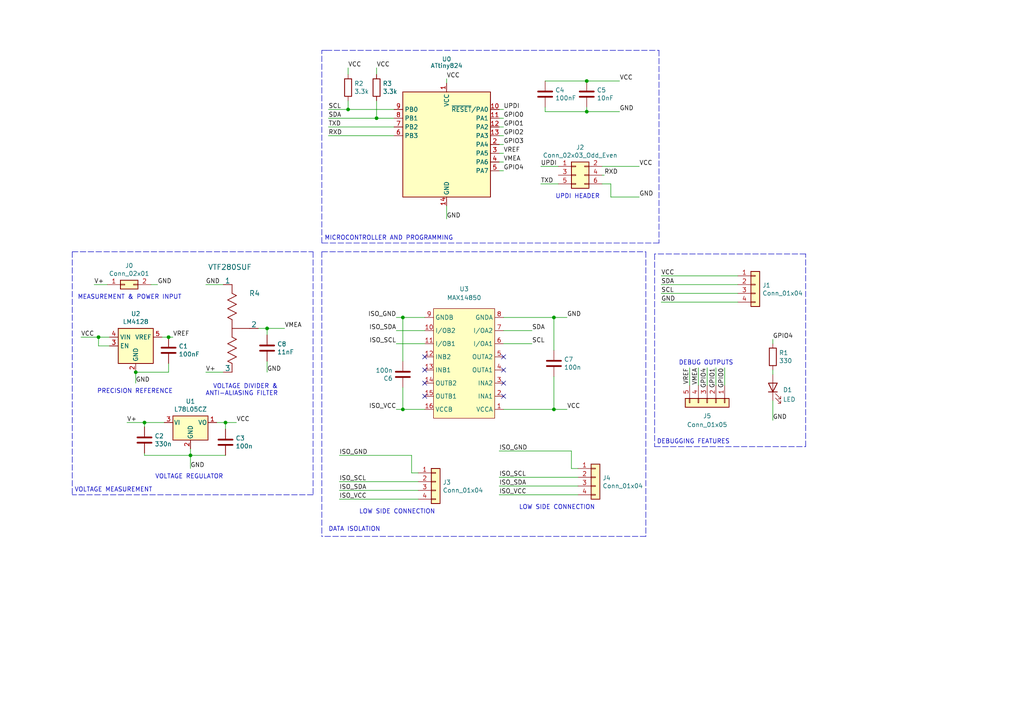
<source format=kicad_sch>
(kicad_sch (version 20211123) (generator eeschema)
  (paper "A4")
  (lib_symbols
    (symbol "Connector_Generic:Conn_01x04" (pin_names (offset 1.016) hide)
      (property "Reference" "J" (at 0 5.08 0))
      (property "Value" "Conn_01x04" (at 0 -7.62 0))
      (symbol "Conn_01x04_1_1"
        (rectangle (start -1.27 -4.953) (end 0 -5.207) (stroke (width 0.1524)))
        (rectangle (start -1.27 -2.413) (end 0 -2.667) (stroke (width 0.1524)))
        (rectangle (start -1.27 0.127) (end 0 -0.127) (stroke (width 0.1524)))
        (rectangle (start -1.27 2.667) (end 0 2.413) (stroke (width 0.1524)))
        (rectangle (start -1.27 3.81) (end 1.27 -6.35) (stroke (width 0.254)) (fill (type background)))
        (pin passive line (at -5.08 2.54 0) (length 3.81) (name "Pin_1") (number "1"))
        (pin passive line (at -5.08 0 0) (length 3.81) (name "Pin_2") (number "2"))
        (pin passive line (at -5.08 -2.54 0) (length 3.81) (name "Pin_3") (number "3"))
        (pin passive line (at -5.08 -5.08 0) (length 3.81) (name "Pin_4") (number "4"))
      )
    )
    (symbol "Connector_Generic:Conn_01x05" (pin_names (offset 1.016) hide)
      (property "Reference" "J" (at 0 7.62 0))
      (property "Value" "Conn_01x05" (at 0 -7.62 0))
      (symbol "Conn_01x05_1_1"
        (rectangle (start -1.27 -4.953) (end 0 -5.207) (stroke (width 0.1524)))
        (rectangle (start -1.27 -2.413) (end 0 -2.667) (stroke (width 0.1524)))
        (rectangle (start -1.27 0.127) (end 0 -0.127) (stroke (width 0.1524)))
        (rectangle (start -1.27 2.667) (end 0 2.413) (stroke (width 0.1524)))
        (rectangle (start -1.27 5.207) (end 0 4.953) (stroke (width 0.1524)))
        (rectangle (start -1.27 6.35) (end 1.27 -6.35) (stroke (width 0.254)) (fill (type background)))
        (pin passive line (at -5.08 5.08 0) (length 3.81) (name "Pin_1") (number "1"))
        (pin passive line (at -5.08 2.54 0) (length 3.81) (name "Pin_2") (number "2"))
        (pin passive line (at -5.08 0 0) (length 3.81) (name "Pin_3") (number "3"))
        (pin passive line (at -5.08 -2.54 0) (length 3.81) (name "Pin_4") (number "4"))
        (pin passive line (at -5.08 -5.08 0) (length 3.81) (name "Pin_5") (number "5"))
      )
    )
    (symbol "Connector_Generic:Conn_02x01" (pin_names (offset 1.016) hide)
      (property "Reference" "J" (at 1.27 2.54 0))
      (property "Value" "Conn_02x01" (at 1.27 -2.54 0))
      (symbol "Conn_02x01_1_1"
        (rectangle (start -1.27 0.127) (end 0 -0.127) (stroke (width 0.1524)))
        (rectangle (start -1.27 1.27) (end 3.81 -1.27) (stroke (width 0.254)) (fill (type background)))
        (rectangle (start 3.81 0.127) (end 2.54 -0.127) (stroke (width 0.1524)))
        (pin passive line (at -5.08 0 0) (length 3.81) (name "Pin_1") (number "1"))
        (pin passive line (at 7.62 0 180) (length 3.81) (name "Pin_2") (number "2"))
      )
    )
    (symbol "Connector_Generic:Conn_02x03_Odd_Even" (pin_names (offset 1.016) hide)
      (property "Reference" "J" (at 1.27 5.08 0))
      (property "Value" "Conn_02x03_Odd_Even" (at 1.27 -5.08 0))
      (symbol "Conn_02x03_Odd_Even_1_1"
        (rectangle (start -1.27 -2.413) (end 0 -2.667) (stroke (width 0.1524)))
        (rectangle (start -1.27 0.127) (end 0 -0.127) (stroke (width 0.1524)))
        (rectangle (start -1.27 2.667) (end 0 2.413) (stroke (width 0.1524)))
        (rectangle (start -1.27 3.81) (end 3.81 -3.81) (stroke (width 0.254)) (fill (type background)))
        (rectangle (start 3.81 -2.413) (end 2.54 -2.667) (stroke (width 0.1524)))
        (rectangle (start 3.81 0.127) (end 2.54 -0.127) (stroke (width 0.1524)))
        (rectangle (start 3.81 2.667) (end 2.54 2.413) (stroke (width 0.1524)))
        (pin passive line (at -5.08 2.54 0) (length 3.81) (name "Pin_1") (number "1"))
        (pin passive line (at 7.62 2.54 180) (length 3.81) (name "Pin_2") (number "2"))
        (pin passive line (at -5.08 0 0) (length 3.81) (name "Pin_3") (number "3"))
        (pin passive line (at 7.62 0 180) (length 3.81) (name "Pin_4") (number "4"))
        (pin passive line (at -5.08 -2.54 0) (length 3.81) (name "Pin_5") (number "5"))
        (pin passive line (at 7.62 -2.54 180) (length 3.81) (name "Pin_6") (number "6"))
      )
    )
    (symbol "Device:C" (pin_numbers hide) (pin_names (offset 0.254))
      (property "Reference" "C" (at 0.635 2.54 0))
      (property "Value" "C" (at 0.635 -2.54 0))
      (symbol "C_0_1"
        (polyline (pts (xy -2.032 -0.762) (xy 2.032 -0.762)) (stroke (width 0.508)))
        (polyline (pts (xy -2.032 0.762) (xy 2.032 0.762)) (stroke (width 0.508)))
      )
      (symbol "C_1_1"
        (pin passive line (at 0 3.81 270) (length 2.794) (name "~") (number "1"))
        (pin passive line (at 0 -3.81 90) (length 2.794) (name "~") (number "2"))
      )
    )
    (symbol "Device:LED" (pin_numbers hide) (pin_names (offset 1.016) hide)
      (property "Reference" "D" (at 0 2.54 0))
      (property "Value" "LED" (at 0 -2.54 0))
      (symbol "LED_0_1"
        (polyline (pts (xy -1.27 -1.27) (xy -1.27 1.27)) (stroke (width 0.254)))
        (polyline (pts (xy -1.27 0) (xy 1.27 0)))
        (polyline (pts (xy 1.27 -1.27) (xy 1.27 1.27) (xy -1.27 0) (xy 1.27 -1.27)) (stroke (width 0.254)))
        (polyline (pts (xy -3.048 -0.762) (xy -4.572 -2.286) (xy -3.81 -2.286) (xy -4.572 -2.286) (xy -4.572 -1.524)))
        (polyline (pts (xy -1.778 -0.762) (xy -3.302 -2.286) (xy -2.54 -2.286) (xy -3.302 -2.286) (xy -3.302 -1.524)))
      )
      (symbol "LED_1_1"
        (pin passive line (at -3.81 0 0) (length 2.54) (name "K") (number "1"))
        (pin passive line (at 3.81 0 180) (length 2.54) (name "A") (number "2"))
      )
    )
    (symbol "Device:R" (pin_numbers hide) (pin_names (offset 0))
      (property "Reference" "R" (at 2.032 0 90))
      (property "Value" "R" (at 0 0 90))
      (symbol "R_0_1"
        (rectangle (start -1.016 -2.54) (end 1.016 2.54) (stroke (width 0.254)))
      )
      (symbol "R_1_1"
        (pin passive line (at 0 3.81 270) (length 1.27) (name "~") (number "1"))
        (pin passive line (at 0 -3.81 90) (length 1.27) (name "~") (number "2"))
      )
    )
    (symbol "FCMS-rescue:MPMT10019001AT1-2021-12-08_00-17-15" (pin_numbers hide) (pin_names (offset 0))
      (property "Reference" "R4" (at 2.54 6.5278 90))
      (property "Value" "MPMT10019001AT1" (at 2.54 3.8354 90))
      (symbol "MPMT10019001AT1-2021-12-08_00-17-15_1_1"
        (polyline (pts (xy 0 0) (xy 2.54 0)) (stroke (width 0.2032)))
        (polyline (pts (xy 2.54 0) (xy 3.175 1.27)) (stroke (width 0.2032)))
        (polyline (pts (xy 3.175 1.27) (xy 4.445 -1.27)) (stroke (width 0.2032)))
        (polyline (pts (xy 4.445 -1.27) (xy 5.715 1.27)) (stroke (width 0.2032)))
        (polyline (pts (xy 5.715 1.27) (xy 6.985 -1.27)) (stroke (width 0.2032)))
        (polyline (pts (xy 6.985 -1.27) (xy 8.255 1.27)) (stroke (width 0.2032)))
        (polyline (pts (xy 8.255 1.27) (xy 9.525 -1.27)) (stroke (width 0.2032)))
        (polyline (pts (xy 9.525 -1.27) (xy 10.16 0)) (stroke (width 0.2032)))
        (polyline (pts (xy 10.16 0) (xy 15.24 0)) (stroke (width 0.2032)))
        (polyline (pts (xy 12.7 0) (xy 12.7 5.08)) (stroke (width 0.2032)))
        (polyline (pts (xy 15.24 0) (xy 15.875 1.27)) (stroke (width 0.2032)))
        (polyline (pts (xy 15.875 1.27) (xy 17.145 -1.27)) (stroke (width 0.2032)))
        (polyline (pts (xy 17.145 -1.27) (xy 18.415 1.27)) (stroke (width 0.2032)))
        (polyline (pts (xy 18.415 1.27) (xy 19.685 -1.27)) (stroke (width 0.2032)))
        (polyline (pts (xy 19.685 -1.27) (xy 20.955 1.27)) (stroke (width 0.2032)))
        (polyline (pts (xy 20.955 1.27) (xy 22.225 -1.27)) (stroke (width 0.2032)))
        (polyline (pts (xy 22.225 -1.27) (xy 22.86 0)) (stroke (width 0.2032)))
        (polyline (pts (xy 22.86 0) (xy 25.4 0)) (stroke (width 0.2032)))
        (pin unspecified line (at 0 -2.54 90) (length 2.54) (name "1") (number "1"))
        (pin unspecified line (at 12.7 7.62 270) (length 2.54) (name "2") (number "2"))
        (pin unspecified line (at 25.4 -2.54 90) (length 2.54) (name "3") (number "3"))
      )
    )
    (symbol "MAX14850:MAX14850"
      (property "Reference" "U" (at 0 7.62 0))
      (property "Value" "MAX14850" (at 0 5.08 0))
      (symbol "MAX14850_0_1"
        (rectangle (start -8.89 3.81) (end 8.89 -27.94) (fill (type background)))
      )
      (symbol "MAX14850_1_1"
        (pin power_in line (at -11.43 1.27 0) (length 2.54) (name "VCCA") (number "1"))
        (pin bidirectional line (at 11.43 -21.59 180) (length 2.54) (name "I/OB2") (number "10"))
        (pin bidirectional line (at 11.43 -17.78 180) (length 2.54) (name "I/OB1") (number "11"))
        (pin input line (at 11.43 -13.97 180) (length 2.54) (name "INB2") (number "12"))
        (pin input line (at 11.43 -10.16 180) (length 2.54) (name "INB1") (number "13"))
        (pin output line (at 11.43 -6.35 180) (length 2.54) (name "OUTB2") (number "14"))
        (pin output line (at 11.43 -2.54 180) (length 2.54) (name "OUTB1") (number "15"))
        (pin power_in line (at 11.43 1.27 180) (length 2.54) (name "VCCB") (number "16"))
        (pin input line (at -11.43 -2.54 0) (length 2.54) (name "INA1") (number "2"))
        (pin input line (at -11.43 -6.35 0) (length 2.54) (name "INA2") (number "3"))
        (pin output line (at -11.43 -10.16 0) (length 2.54) (name "OUTA1") (number "4"))
        (pin output line (at -11.43 -13.97 0) (length 2.54) (name "OUTA2") (number "5"))
        (pin bidirectional line (at -11.43 -17.78 0) (length 2.54) (name "I/OA1") (number "6"))
        (pin bidirectional line (at -11.43 -21.59 0) (length 2.54) (name "I/OA2") (number "7"))
        (pin power_out line (at -11.43 -25.4 0) (length 2.54) (name "GNDA") (number "8"))
        (pin power_out line (at 11.43 -25.4 180) (length 2.54) (name "GNDB") (number "9"))
      )
    )
    (symbol "MCU_Microchip_ATtiny:ATtiny404-SS"
      (property "Reference" "U" (at -12.7 16.51 0))
      (property "Value" "ATtiny404-SS" (at 2.54 -16.51 0))
      (symbol "ATtiny404-SS_0_1"
        (rectangle (start -12.7 -15.24) (end 12.7 15.24) (stroke (width 0.254)) (fill (type background)))
      )
      (symbol "ATtiny404-SS_1_1"
        (pin power_in line (at 0 17.78 270) (length 2.54) (name "VCC") (number "1"))
        (pin bidirectional line (at 15.24 10.16 180) (length 2.54) (name "~{RESET}/PA0") (number "10"))
        (pin bidirectional line (at 15.24 7.62 180) (length 2.54) (name "PA1") (number "11"))
        (pin bidirectional line (at 15.24 5.08 180) (length 2.54) (name "PA2") (number "12"))
        (pin bidirectional line (at 15.24 2.54 180) (length 2.54) (name "PA3") (number "13"))
        (pin power_in line (at 0 -17.78 90) (length 2.54) (name "GND") (number "14"))
        (pin bidirectional line (at 15.24 0 180) (length 2.54) (name "PA4") (number "2"))
        (pin bidirectional line (at 15.24 -2.54 180) (length 2.54) (name "PA5") (number "3"))
        (pin bidirectional line (at 15.24 -5.08 180) (length 2.54) (name "PA6") (number "4"))
        (pin bidirectional line (at 15.24 -7.62 180) (length 2.54) (name "PA7") (number "5"))
        (pin bidirectional line (at -15.24 2.54 0) (length 2.54) (name "PB3") (number "6"))
        (pin bidirectional line (at -15.24 5.08 0) (length 2.54) (name "PB2") (number "7"))
        (pin bidirectional line (at -15.24 7.62 0) (length 2.54) (name "PB1") (number "8"))
        (pin bidirectional line (at -15.24 10.16 0) (length 2.54) (name "PB0") (number "9"))
      )
    )
    (symbol "Reference_Voltage:LM4128"
      (property "Reference" "U" (at -5.08 6.35 0))
      (property "Value" "LM4128" (at 0 6.35 0))
      (symbol "LM4128_0_1"
        (rectangle (start -5.08 5.08) (end 5.08 -5.08) (stroke (width 0.254)) (fill (type background)))
      )
      (symbol "LM4128_1_1"
        (pin no_connect line (at 5.08 0 180) (length 2.54) hide (name "NC") (number "1"))
        (pin power_in line (at 0 -7.62 90) (length 2.54) (name "GND") (number "2"))
        (pin input line (at -7.62 0 0) (length 2.54) (name "EN") (number "3"))
        (pin power_in line (at -7.62 2.54 0) (length 2.54) (name "VIN") (number "4"))
        (pin power_out line (at 7.62 2.54 180) (length 2.54) (name "VREF") (number "5"))
      )
    )
    (symbol "Regulator_Linear:L78L05_TO92" (pin_names (offset 0.254))
      (property "Reference" "U" (at -3.81 3.175 0))
      (property "Value" "L78L05_TO92" (at 0 3.175 0))
      (symbol "L78L05_TO92_0_1"
        (rectangle (start -5.08 -5.08) (end 5.08 1.905) (stroke (width 0.254)) (fill (type background)))
      )
      (symbol "L78L05_TO92_1_1"
        (pin power_out line (at 7.62 0 180) (length 2.54) (name "VO") (number "1"))
        (pin power_in line (at 0 -7.62 90) (length 2.54) (name "GND") (number "2"))
        (pin power_in line (at -7.62 0 0) (length 2.54) (name "VI") (number "3"))
      )
    )
  )
  (junction (at 41.91 122.555))
  (junction (at 28.575 97.79))
  (junction (at 170.18 32.385))
  (junction (at 160.655 118.745))
  (junction (at 170.18 23.495))
  (junction (at 116.84 92.075))
  (junction (at 116.84 118.745))
  (junction (at 77.47 95.25))
  (junction (at 100.965 31.75))
  (junction (at 160.655 92.075))
  (junction (at 109.22 34.29))
  (junction (at 55.245 132.08))
  (junction (at 48.895 97.79))
  (junction (at 65.405 122.555))
  (junction (at 39.37 107.95))
  (no_connect (at 123.19 103.505))
  (no_connect (at 123.19 114.935))
  (no_connect (at 123.19 111.125))
  (no_connect (at 123.19 107.315))
  (no_connect (at 146.05 103.505))
  (no_connect (at 146.05 107.315))
  (no_connect (at 146.05 111.125))
  (no_connect (at 146.05 114.935))
  (wire (pts (xy 39.37 107.95) (xy 39.37 111.125)))
  (wire (pts (xy 146.05 99.695) (xy 154.305 99.695)))
  (wire (pts (xy 174.625 50.8) (xy 175.26 50.8)))
  (wire (pts (xy 170.18 23.495) (xy 179.705 23.495)))
  (wire (pts (xy 144.78 140.97) (xy 167.64 140.97)))
  (wire (pts (xy 129.54 59.69) (xy 129.54 63.5)))
  (wire (pts (xy 41.91 123.825) (xy 41.91 122.555)))
  (wire (pts (xy 119.38 137.16) (xy 119.38 132.08)))
  (wire (pts (xy 144.78 31.75) (xy 146.05 31.75)))
  (wire (pts (xy 224.155 98.425) (xy 224.155 99.695)))
  (wire (pts (xy 48.895 105.41) (xy 48.895 107.95)))
  (wire (pts (xy 202.565 106.68) (xy 202.565 111.76)))
  (wire (pts (xy 31.75 100.33) (xy 28.575 100.33)))
  (wire (pts (xy 98.425 132.08) (xy 119.38 132.08)))
  (wire (pts (xy 144.78 36.83) (xy 146.05 36.83)))
  (wire (pts (xy 161.925 48.26) (xy 156.845 48.26)))
  (wire (pts (xy 146.05 92.075) (xy 160.655 92.075)))
  (wire (pts (xy 64.77 107.95) (xy 59.69 107.95)))
  (polyline (pts (xy 93.345 70.485) (xy 93.345 14.605)))
  (wire (pts (xy 74.93 95.25) (xy 77.47 95.25)))
  (wire (pts (xy 144.78 130.81) (xy 165.735 130.81)))
  (polyline (pts (xy 93.345 73.025) (xy 93.345 155.575)))
  (wire (pts (xy 41.91 132.08) (xy 41.91 131.445)))
  (wire (pts (xy 170.18 32.385) (xy 170.18 31.115)))
  (wire (pts (xy 55.245 130.175) (xy 55.245 132.08)))
  (wire (pts (xy 121.285 137.16) (xy 119.38 137.16)))
  (wire (pts (xy 224.155 107.315) (xy 224.155 108.585)))
  (wire (pts (xy 158.115 31.115) (xy 158.115 32.385)))
  (wire (pts (xy 158.115 23.495) (xy 170.18 23.495)))
  (polyline (pts (xy 191.135 70.485) (xy 93.345 70.485)))
  (wire (pts (xy 98.425 144.78) (xy 121.285 144.78)))
  (wire (pts (xy 28.575 97.79) (xy 23.495 97.79)))
  (wire (pts (xy 129.54 24.13) (xy 129.54 22.86)))
  (wire (pts (xy 213.995 80.01) (xy 191.77 80.01)))
  (wire (pts (xy 114.3 31.75) (xy 100.965 31.75)))
  (wire (pts (xy 100.965 31.75) (xy 95.25 31.75)))
  (wire (pts (xy 100.965 29.21) (xy 100.965 31.75)))
  (wire (pts (xy 224.155 116.205) (xy 224.155 121.92)))
  (wire (pts (xy 114.3 34.29) (xy 109.22 34.29)))
  (wire (pts (xy 100.965 21.59) (xy 100.965 19.685)))
  (wire (pts (xy 144.78 39.37) (xy 146.05 39.37)))
  (wire (pts (xy 200.025 111.76) (xy 200.025 106.68)))
  (polyline (pts (xy 189.865 73.66) (xy 189.865 129.54)))
  (polyline (pts (xy 191.135 14.605) (xy 191.135 70.485)))
  (wire (pts (xy 144.78 143.51) (xy 167.64 143.51)))
  (wire (pts (xy 158.115 32.385) (xy 170.18 32.385)))
  (polyline (pts (xy 93.345 14.605) (xy 94.615 14.605)))
  (wire (pts (xy 116.84 112.395) (xy 116.84 118.745)))
  (wire (pts (xy 109.22 34.29) (xy 95.25 34.29)))
  (wire (pts (xy 177.165 53.34) (xy 177.165 57.15)))
  (wire (pts (xy 213.995 87.63) (xy 191.77 87.63)))
  (wire (pts (xy 144.78 138.43) (xy 167.64 138.43)))
  (wire (pts (xy 146.05 118.745) (xy 160.655 118.745)))
  (wire (pts (xy 174.625 53.34) (xy 177.165 53.34)))
  (wire (pts (xy 144.78 34.29) (xy 146.05 34.29)))
  (wire (pts (xy 77.47 95.25) (xy 82.55 95.25)))
  (wire (pts (xy 160.655 92.075) (xy 164.465 92.075)))
  (polyline (pts (xy 20.955 73.025) (xy 90.805 73.025)))
  (wire (pts (xy 160.655 92.075) (xy 160.655 101.6)))
  (wire (pts (xy 28.575 100.33) (xy 28.575 97.79)))
  (wire (pts (xy 47.625 122.555) (xy 41.91 122.555)))
  (wire (pts (xy 144.78 46.99) (xy 146.05 46.99)))
  (wire (pts (xy 116.84 118.745) (xy 114.935 118.745)))
  (wire (pts (xy 65.405 122.555) (xy 68.58 122.555)))
  (polyline (pts (xy 90.805 73.025) (xy 90.805 143.51)))
  (wire (pts (xy 31.115 82.55) (xy 27.305 82.55)))
  (wire (pts (xy 77.47 97.155) (xy 77.47 95.25)))
  (wire (pts (xy 123.19 95.885) (xy 114.935 95.885)))
  (wire (pts (xy 123.19 118.745) (xy 116.84 118.745)))
  (wire (pts (xy 28.575 97.79) (xy 31.75 97.79)))
  (wire (pts (xy 77.47 107.95) (xy 77.47 104.775)))
  (wire (pts (xy 109.22 21.59) (xy 109.22 19.685)))
  (wire (pts (xy 43.815 82.55) (xy 45.72 82.55)))
  (polyline (pts (xy 187.325 73.025) (xy 187.325 155.575)))
  (wire (pts (xy 210.185 106.68) (xy 210.185 111.76)))
  (wire (pts (xy 144.78 49.53) (xy 146.05 49.53)))
  (wire (pts (xy 55.245 132.08) (xy 65.405 132.08)))
  (wire (pts (xy 144.78 41.91) (xy 146.05 41.91)))
  (polyline (pts (xy 233.68 129.54) (xy 233.68 73.66)))
  (wire (pts (xy 167.64 135.89) (xy 165.735 135.89)))
  (wire (pts (xy 41.91 132.08) (xy 55.245 132.08)))
  (wire (pts (xy 65.405 122.555) (xy 65.405 124.46)))
  (wire (pts (xy 160.655 118.745) (xy 164.465 118.745)))
  (wire (pts (xy 114.3 36.83) (xy 95.25 36.83)))
  (wire (pts (xy 48.895 97.79) (xy 50.165 97.79)))
  (wire (pts (xy 64.77 82.55) (xy 59.69 82.55)))
  (wire (pts (xy 165.735 135.89) (xy 165.735 130.81)))
  (wire (pts (xy 62.865 122.555) (xy 65.405 122.555)))
  (polyline (pts (xy 94.615 14.605) (xy 191.135 14.605)))
  (wire (pts (xy 116.84 104.775) (xy 116.84 92.075)))
  (wire (pts (xy 48.895 107.95) (xy 39.37 107.95)))
  (wire (pts (xy 116.84 92.075) (xy 123.19 92.075)))
  (wire (pts (xy 46.99 97.79) (xy 48.895 97.79)))
  (wire (pts (xy 95.25 39.37) (xy 114.3 39.37)))
  (wire (pts (xy 114.935 92.075) (xy 116.84 92.075)))
  (wire (pts (xy 213.995 85.09) (xy 191.77 85.09)))
  (wire (pts (xy 55.245 132.08) (xy 55.245 135.89)))
  (wire (pts (xy 161.925 53.34) (xy 156.845 53.34)))
  (wire (pts (xy 109.22 29.21) (xy 109.22 34.29)))
  (polyline (pts (xy 150.495 73.025) (xy 187.325 73.025)))
  (wire (pts (xy 160.655 109.22) (xy 160.655 118.745)))
  (polyline (pts (xy 187.325 155.575) (xy 93.345 155.575)))
  (wire (pts (xy 170.18 32.385) (xy 179.705 32.385)))
  (wire (pts (xy 191.77 82.55) (xy 213.995 82.55)))
  (polyline (pts (xy 93.345 73.025) (xy 150.495 73.025)))
  (wire (pts (xy 41.91 122.555) (xy 36.83 122.555)))
  (polyline (pts (xy 90.805 143.51) (xy 20.955 143.51)))
  (wire (pts (xy 98.425 142.24) (xy 121.285 142.24)))
  (wire (pts (xy 174.625 48.26) (xy 185.42 48.26)))
  (polyline (pts (xy 189.865 129.54) (xy 233.68 129.54)))
  (wire (pts (xy 207.645 106.68) (xy 207.645 111.76)))
  (wire (pts (xy 177.165 57.15) (xy 185.42 57.15)))
  (wire (pts (xy 98.425 139.7) (xy 121.285 139.7)))
  (wire (pts (xy 205.105 106.68) (xy 205.105 111.76)))
  (polyline (pts (xy 233.68 73.66) (xy 189.865 73.66)))
  (wire (pts (xy 123.19 99.695) (xy 114.935 99.695)))
  (wire (pts (xy 146.05 95.885) (xy 154.305 95.885)))
  (polyline (pts (xy 20.955 73.025) (xy 20.955 143.51)))
  (wire (pts (xy 144.78 44.45) (xy 146.05 44.45)))
  (text "DEBUGGING FEATURES" (at 190.5 128.905 0) (effects (font (size 1.27 1.27)) (justify left bottom)))
  (text "LOW SIDE CONNECTION\n" (at 104.14 149.225 0) (effects (font (size 1.27 1.27)) (justify left bottom)))
  (text "UPDI HEADER" (at 173.99 57.785 180) (effects (font (size 1.27 1.27)) (justify right bottom)))
  (text "VOLTAGE REGULATOR" (at 64.77 139.065 180) (effects (font (size 1.27 1.27)) (justify right bottom)))
  (text "LOW SIDE CONNECTION\n" (at 150.495 147.955 0) (effects (font (size 1.27 1.27)) (justify left bottom)))
  (text "VOLTAGE DIVIDER &\nANTI-ALIASING FILTER" (at 80.645 114.935 180) (effects (font (size 1.27 1.27)) (justify right bottom)))
  (text "DATA ISOLATION" (at 95.25 154.305 0) (effects (font (size 1.27 1.27)) (justify left bottom)))
  (text "MICROCONTROLLER AND PROGRAMMING" (at 131.445 69.85 180) (effects (font (size 1.27 1.27)) (justify right bottom)))
  (text "MEASUREMENT & POWER INPUT" (at 52.705 86.995 180) (effects (font (size 1.27 1.27)) (justify right bottom)))
  (text "PRECISION REFERENCE" (at 50.165 114.3 180) (effects (font (size 1.27 1.27)) (justify right bottom)))
  (text "DEBUG OUTPUTS" (at 196.85 106.045 0) (effects (font (size 1.27 1.27)) (justify left bottom)))
  (text "VOLTAGE MEASUREMENT" (at 21.59 142.875 0) (effects (font (size 1.27 1.27)) (justify left bottom)))
  (label "VREF" (at 50.165 97.79 0))
  (label "SCL" (at 191.77 85.09 0))
  (label "TXD" (at 156.845 53.34 0))
  (label "UPDI" (at 146.05 31.75 0))
  (label "ISO_VCC" (at 114.935 118.745 180))
  (label "VCC" (at 164.465 118.745 0))
  (label "GPIO0" (at 210.185 106.68 270))
  (label "RXD" (at 95.25 39.37 0))
  (label "GPIO1" (at 207.645 106.68 270))
  (label "GND" (at 191.77 87.63 0))
  (label "GND" (at 39.37 111.125 0))
  (label "SCL" (at 95.25 31.75 0))
  (label "VCC" (at 191.77 80.01 0))
  (label "GPIO4" (at 224.155 98.425 0))
  (label "V+" (at 27.305 82.55 0))
  (label "VMEA" (at 202.565 106.68 270))
  (label "UPDI" (at 156.845 48.26 0))
  (label "GND" (at 179.705 32.385 0))
  (label "ISO_SDA" (at 144.78 140.97 0))
  (label "ISO_GND" (at 98.425 132.08 0))
  (label "ISO_VCC" (at 98.425 144.78 0))
  (label "VCC" (at 179.705 23.495 0))
  (label "V+" (at 36.83 122.555 0))
  (label "GND" (at 224.155 121.92 0))
  (label "SCL" (at 154.305 99.695 0))
  (label "ISO_SCL" (at 144.78 138.43 0))
  (label "VCC" (at 68.58 122.555 0))
  (label "ISO_GND" (at 114.935 92.075 180))
  (label "VREF" (at 200.025 106.68 270))
  (label "GND" (at 185.42 57.15 0))
  (label "GND" (at 77.47 107.95 0))
  (label "ISO_GND" (at 144.78 130.81 0))
  (label "VCC" (at 185.42 48.26 0))
  (label "GND" (at 129.54 63.5 0))
  (label "GPIO4" (at 205.105 106.68 270))
  (label "GPIO3" (at 146.05 41.91 0))
  (label "RXD" (at 175.26 50.8 0))
  (label "SDA" (at 191.77 82.55 0))
  (label "VMEA" (at 146.05 46.99 0))
  (label "ISO_VCC" (at 144.78 143.51 0))
  (label "V+" (at 59.69 107.95 0))
  (label "ISO_SCL" (at 114.935 99.695 180))
  (label "VCC" (at 100.965 19.685 0))
  (label "SDA" (at 95.25 34.29 0))
  (label "GPIO4" (at 146.05 49.53 0))
  (label "GND" (at 164.465 92.075 0))
  (label "GND" (at 45.72 82.55 0))
  (label "TXD" (at 95.25 36.83 0))
  (label "ISO_SDA" (at 98.425 142.24 0))
  (label "SDA" (at 154.305 95.885 0))
  (label "VCC" (at 23.495 97.79 0))
  (label "ISO_SCL" (at 98.425 139.7 0))
  (label "GND" (at 59.69 82.55 0))
  (label "VREF" (at 146.05 44.45 0))
  (label "GPIO1" (at 146.05 36.83 0))
  (label "ISO_SDA" (at 114.935 95.885 180))
  (label "VCC" (at 129.54 22.86 0))
  (label "GND" (at 55.245 135.89 0))
  (label "VCC" (at 109.22 19.685 0))
  (label "GPIO0" (at 146.05 34.29 0))
  (label "VMEA" (at 82.55 95.25 0))
  (label "GPIO2" (at 146.05 39.37 0))
  (symbol (lib_id "MCU_Microchip_ATtiny:ATtiny404-SS") (at 129.54 41.91 0) (unit 1)
    (property "Reference" "U0" (at 129.54 17.145 0))
    (property "Value" "ATtiny824" (at 129.54 19.05 0))
    (property "Footprint" "Package_SO:SOIC-14_3.9x8.7mm_P1.27mm" (effects hide))
    (property "Datasheet" "https://ww1.microchip.com/downloads/en/DeviceDoc/ATtiny424-426-427-824-826-827-DataSheet-DS40002311A.pdf" (effects hide))
  )
  (symbol (lib_id "Connector_Generic:Conn_02x03_Odd_Even") (at 167.005 50.8 0) (unit 1)
    (property "Reference" "J2" (at 168.275 42.7482 0))
    (property "Value" "Conn_02x03_Odd_Even" (at 168.275 45.0596 0))
    (property "Footprint" "Connector_PinHeader_2.54mm:PinHeader_2x03_P2.54mm_Vertical" (effects hide))
    (property "Datasheet" "https://app.adam-tech.com/products/download/data_sheet/202065/ph2-xx-ua-data-sheet.pdf" (effects hide))
  )
  (symbol (lib_id "Connector_Generic:Conn_02x01") (at 36.195 82.55 0) (unit 1)
    (property "Reference" "J0" (at 37.465 77.0382 0))
    (property "Value" "Conn_02x01" (at 37.465 79.3496 0))
    (property "Footprint" "TerminalBlock:TerminalBlock_Altech_AK300-2_P5.00mm" (effects hide))
    (property "Datasheet" "https://www.cuidevices.com/product/resource/tb001-500.pdf" (effects hide))
  )
  (symbol (lib_id "Regulator_Linear:L78L05_TO92") (at 55.245 122.555 0) (unit 1)
    (property "Reference" "U1" (at 55.245 116.4082 0))
    (property "Value" "L78L05CZ" (at 55.245 118.7196 0))
    (property "Footprint" "Package_TO_SOT_THT:TO-92_Inline" (effects hide))
    (property "Datasheet" "http://www.st.com/content/ccc/resource/technical/document/datasheet/15/55/e5/aa/23/5b/43/fd/CD00000446.pdf/files/CD00000446.pdf/jcr:content/translations/en.CD00000446.pdf" (effects hide))
  )
  (symbol (lib_id "Connector_Generic:Conn_01x04") (at 219.075 82.55 0) (unit 1)
    (property "Reference" "J1" (at 221.107 82.7532 0) (effects (justify left)))
    (property "Value" "Conn_01x04" (at 221.107 85.0646 0) (effects (justify left)))
    (property "Footprint" "Connector_PinHeader_2.54mm:PinHeader_1x04_P2.54mm_Vertical" (effects hide))
    (property "Datasheet" "https://www.we-online.com/katalog/datasheet/6130xx11121.pdf" (effects hide))
  )
  (symbol (lib_id "FCMS-rescue:MPMT10019001AT1-2021-12-08_00-17-15") (at 67.31 82.55 270) (unit 1)
    (property "Reference" "R4" (at 73.8378 85.09 90) (effects (font (size 1.524 1.524))))
    (property "Value" "VTF280SUF" (at 66.675 77.47 90) (effects (font (size 1.524 1.524))))
    (property "Footprint" "Connector_PinSocket_2.54mm:PinSocket_1x03_P2.54mm_Vertical" (effects hide))
    (property "Datasheet" "https://www.vishay.com/docs/60038/vtfstd.pdf" (effects hide))
  )
  (symbol (lib_id "Device:C") (at 41.91 127.635 0) (mirror y) (unit 1)
    (property "Reference" "C2" (at 44.831 126.4666 0) (effects (justify right)))
    (property "Value" "330n" (at 44.831 128.778 0) (effects (justify right)))
    (property "Footprint" "Capacitor_SMD:C_1210_3225Metric_Pad1.33x2.70mm_HandSolder" (effects hide))
    (property "Datasheet" "https://www.yageo.com/upload/media/product/productsearch/datasheet/mlcc/UPY-GPHC_X7R_6.3V-to-50V_20.pdf" (effects hide))
  )
  (symbol (lib_id "Device:R") (at 109.22 25.4 0) (unit 1)
    (property "Reference" "R3" (at 110.998 24.2316 0) (effects (justify left)))
    (property "Value" "3.3k" (at 110.998 26.543 0) (effects (justify left)))
    (property "Footprint" "Resistor_SMD:R_1210_3225Metric_Pad1.30x2.65mm_HandSolder" (effects hide))
    (property "Datasheet" "https://www.seielect.com/catalog/sei-rmcf_rmcp.pdf" (effects hide))
  )
  (symbol (lib_id "Device:R") (at 100.965 25.4 0) (unit 1)
    (property "Reference" "R2" (at 102.743 24.2316 0) (effects (justify left)))
    (property "Value" "3.3k" (at 102.743 26.543 0) (effects (justify left)))
    (property "Footprint" "Resistor_SMD:R_1210_3225Metric_Pad1.30x2.65mm_HandSolder" (effects hide))
    (property "Datasheet" "https://www.seielect.com/catalog/sei-rmcf_rmcp.pdf" (effects hide))
  )
  (symbol (lib_id "Reference_Voltage:LM4128") (at 39.37 100.33 0) (unit 1)
    (property "Reference" "U2" (at 39.37 91.0082 0))
    (property "Value" "LM4128" (at 39.37 93.3196 0))
    (property "Footprint" "Package_TO_SOT_SMD:SOT-23-5" (effects hide))
    (property "Datasheet" "http://www.ti.com/lit/ds/symlink/lm4128.pdf" (effects hide))
  )
  (symbol (lib_id "Device:C") (at 65.405 128.27 0) (mirror y) (unit 1)
    (property "Reference" "C3" (at 68.326 127.1016 0) (effects (justify right)))
    (property "Value" "100n" (at 68.326 129.413 0) (effects (justify right)))
    (property "Footprint" "Capacitor_SMD:C_1210_3225Metric_Pad1.33x2.70mm_HandSolder" (effects hide))
    (property "Datasheet" "https://content.kemet.com/datasheets/KEM_C1002_X7R_SMD.pdf" (effects hide))
  )
  (symbol (lib_id "MAX14850:MAX14850") (at 134.62 117.475 180) (unit 1)
    (property "Reference" "U3" (at 134.62 83.82 0))
    (property "Value" "MAX14850" (at 134.62 86.36 0))
    (property "Footprint" "Package_SO:SOP-16_3.9x9.9mm_P1.27mm" (effects hide))
    (property "Datasheet" "https://datasheets.maximintegrated.com/en/ds/MAX14850.pdf" (effects hide))
  )
  (symbol (lib_id "Connector_Generic:Conn_01x04") (at 172.72 138.43 0) (unit 1)
    (property "Reference" "J4" (at 174.752 138.6332 0) (effects (justify left)))
    (property "Value" "Conn_01x04" (at 174.752 140.9446 0) (effects (justify left)))
    (property "Footprint" "Connector_PinHeader_2.54mm:PinHeader_1x04_P2.54mm_Vertical" (effects hide))
    (property "Datasheet" "https://www.we-online.com/katalog/datasheet/6130xx11121.pdf" (effects hide))
  )
  (symbol (lib_id "Device:C") (at 116.84 108.585 180) (unit 1)
    (property "Reference" "C6" (at 113.919 109.7534 0) (effects (justify left)))
    (property "Value" "100n" (at 113.919 107.442 0) (effects (justify left)))
    (property "Footprint" "Capacitor_SMD:C_1210_3225Metric_Pad1.33x2.70mm_HandSolder" (effects hide))
    (property "Datasheet" "https://content.kemet.com/datasheets/KEM_C1002_X7R_SMD.pdf" (effects hide))
  )
  (symbol (lib_id "Device:LED") (at 224.155 112.395 90) (unit 1)
    (property "Reference" "D1" (at 227.076 113.074 90) (effects (justify right)))
    (property "Value" "LED" (at 227.076 115.8491 90) (effects (justify right)))
    (property "Footprint" "LED_SMD:LED_1210_3225Metric_Pad1.42x2.65mm_HandSolder" (effects hide))
    (property "Datasheet" "APD3224SURCK-F01(Ver.14A) (kingbrightusa.com)" (effects hide))
  )
  (symbol (lib_id "Device:C") (at 77.47 100.965 0) (mirror y) (unit 1)
    (property "Reference" "C8" (at 80.391 99.7966 0) (effects (justify right)))
    (property "Value" "11nF" (at 80.391 102.108 0) (effects (justify right)))
    (property "Footprint" "Capacitor_SMD:C_1210_3225Metric_Pad1.33x2.70mm_HandSolder" (effects hide))
  )
  (symbol (lib_id "Connector_Generic:Conn_01x04") (at 126.365 139.7 0) (unit 1)
    (property "Reference" "J3" (at 128.397 139.9032 0) (effects (justify left)))
    (property "Value" "Conn_01x04" (at 128.397 142.2146 0) (effects (justify left)))
    (property "Footprint" "Connector_PinHeader_2.54mm:PinHeader_1x04_P2.54mm_Vertical" (effects hide))
    (property "Datasheet" "https://www.we-online.com/katalog/datasheet/6130xx11121.pdf" (effects hide))
  )
  (symbol (lib_id "Device:C") (at 170.18 27.305 0) (unit 1)
    (property "Reference" "C5" (at 173.101 26.1366 0) (effects (justify left)))
    (property "Value" "10nF" (at 173.101 28.448 0) (effects (justify left)))
    (property "Footprint" "Capacitor_SMD:C_1210_3225Metric_Pad1.33x2.70mm_HandSolder" (effects hide))
    (property "Datasheet" "https://connect.kemet.com:7667/gateway/IntelliData-ComponentDocumentation/1.0/download/datasheet/C1210C103J5HAC7800" (effects hide))
  )
  (symbol (lib_id "Device:C") (at 48.895 101.6 0) (unit 1)
    (property "Reference" "C1" (at 51.816 100.4316 0) (effects (justify left)))
    (property "Value" "100nF" (at 51.816 102.743 0) (effects (justify left)))
    (property "Footprint" "Capacitor_SMD:C_1210_3225Metric_Pad1.33x2.70mm_HandSolder" (effects hide))
    (property "Datasheet" "https://content.kemet.com/datasheets/KEM_C1002_X7R_SMD.pdf" (effects hide))
  )
  (symbol (lib_id "Connector_Generic:Conn_01x05") (at 205.105 116.84 270) (unit 1)
    (property "Reference" "J5" (at 205.105 120.65 90))
    (property "Value" "Conn_01x05" (at 205.105 123.19 90))
    (property "Footprint" "Connector_PinHeader_2.54mm:PinHeader_1x05_P2.54mm_Vertical" (effects hide))
  )
  (symbol (lib_id "Device:C") (at 158.115 27.305 0) (unit 1)
    (property "Reference" "C4" (at 161.036 26.1366 0) (effects (justify left)))
    (property "Value" "100nF" (at 161.036 28.448 0) (effects (justify left)))
    (property "Footprint" "Capacitor_SMD:C_1210_3225Metric_Pad1.33x2.70mm_HandSolder" (effects hide))
    (property "Datasheet" "https://content.kemet.com/datasheets/KEM_C1002_X7R_SMD.pdf" (effects hide))
  )
  (symbol (lib_id "Device:C") (at 160.655 105.41 0) (unit 1)
    (property "Reference" "C7" (at 163.576 104.2416 0) (effects (justify left)))
    (property "Value" "100n" (at 163.576 106.553 0) (effects (justify left)))
    (property "Footprint" "Capacitor_SMD:C_1210_3225Metric_Pad1.33x2.70mm_HandSolder" (effects hide))
    (property "Datasheet" "https://content.kemet.com/datasheets/KEM_C1002_X7R_SMD.pdf" (effects hide))
  )
  (symbol (lib_id "Device:R") (at 224.155 103.505 0) (unit 1)
    (property "Reference" "R1" (at 225.933 102.3366 0) (effects (justify left)))
    (property "Value" "330 " (at 225.933 104.648 0) (effects (justify left)))
    (property "Footprint" "Resistor_SMD:R_1210_3225Metric_Pad1.30x2.65mm_HandSolder" (effects hide))
    (property "Datasheet" "https://www.seielect.com/catalog/sei-rmcf_rmcp.pdf" (effects hide))
  )
)
</source>
